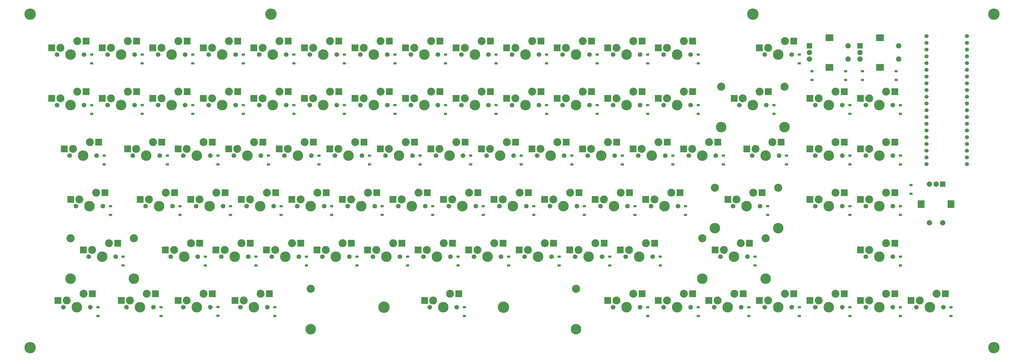
<source format=gbs>
G04 #@! TF.GenerationSoftware,KiCad,Pcbnew,8.0.7*
G04 #@! TF.CreationDate,2025-03-15T22:58:08-07:00*
G04 #@! TF.ProjectId,keyboard,6b657962-6f61-4726-942e-6b696361645f,rev?*
G04 #@! TF.SameCoordinates,Original*
G04 #@! TF.FileFunction,Soldermask,Bot*
G04 #@! TF.FilePolarity,Negative*
%FSLAX46Y46*%
G04 Gerber Fmt 4.6, Leading zero omitted, Abs format (unit mm)*
G04 Created by KiCad (PCBNEW 8.0.7) date 2025-03-15 22:58:08*
%MOMM*%
%LPD*%
G01*
G04 APERTURE LIST*
G04 Aperture macros list*
%AMRoundRect*
0 Rectangle with rounded corners*
0 $1 Rounding radius*
0 $2 $3 $4 $5 $6 $7 $8 $9 X,Y pos of 4 corners*
0 Add a 4 corners polygon primitive as box body*
4,1,4,$2,$3,$4,$5,$6,$7,$8,$9,$2,$3,0*
0 Add four circle primitives for the rounded corners*
1,1,$1+$1,$2,$3*
1,1,$1+$1,$4,$5*
1,1,$1+$1,$6,$7*
1,1,$1+$1,$8,$9*
0 Add four rect primitives between the rounded corners*
20,1,$1+$1,$2,$3,$4,$5,0*
20,1,$1+$1,$4,$5,$6,$7,0*
20,1,$1+$1,$6,$7,$8,$9,0*
20,1,$1+$1,$8,$9,$2,$3,0*%
G04 Aperture macros list end*
%ADD10R,2.000000X2.000000*%
%ADD11C,2.000000*%
%ADD12R,2.500000X3.000000*%
%ADD13C,1.750000*%
%ADD14C,3.000000*%
%ADD15C,3.987800*%
%ADD16R,2.550000X2.500000*%
%ADD17C,4.300000*%
%ADD18R,3.000000X2.500000*%
%ADD19C,3.048000*%
%ADD20RoundRect,0.225000X0.375000X-0.225000X0.375000X0.225000X-0.375000X0.225000X-0.375000X-0.225000X0*%
%ADD21C,1.524000*%
G04 APERTURE END LIST*
D10*
X462037500Y-296506250D03*
D11*
X457037500Y-296506250D03*
X459537500Y-296506250D03*
D12*
X465137500Y-304006250D03*
X453937500Y-304006250D03*
D11*
X462037500Y-311006250D03*
X457037500Y-311006250D03*
D13*
X452120000Y-342900000D03*
D14*
X453390000Y-340360000D03*
D15*
X457200000Y-342900000D03*
D14*
X459740000Y-337820000D03*
D13*
X462280000Y-342900000D03*
D16*
X450115000Y-340360000D03*
X463042000Y-337820000D03*
D13*
X166370000Y-266700000D03*
D14*
X167640000Y-264160000D03*
D15*
X171450000Y-266700000D03*
D14*
X173990000Y-261620000D03*
D13*
X176530000Y-266700000D03*
D16*
X164365000Y-264160000D03*
X177292000Y-261620000D03*
D13*
X280670000Y-247650000D03*
D14*
X281940000Y-245110000D03*
D15*
X285750000Y-247650000D03*
D14*
X288290000Y-242570000D03*
D13*
X290830000Y-247650000D03*
D16*
X278665000Y-245110000D03*
X291592000Y-242570000D03*
D13*
X433070000Y-342900000D03*
D14*
X434340000Y-340360000D03*
D15*
X438150000Y-342900000D03*
D14*
X440690000Y-337820000D03*
D13*
X443230000Y-342900000D03*
D16*
X431065000Y-340360000D03*
X443992000Y-337820000D03*
D13*
X197326250Y-342900000D03*
D14*
X198596250Y-340360000D03*
D15*
X202406250Y-342900000D03*
D14*
X204946250Y-337820000D03*
D13*
X207486250Y-342900000D03*
D16*
X195321250Y-340360000D03*
X208248250Y-337820000D03*
D13*
X433070000Y-266700000D03*
D14*
X434340000Y-264160000D03*
D15*
X438150000Y-266700000D03*
D14*
X440690000Y-261620000D03*
D13*
X443230000Y-266700000D03*
D16*
X431065000Y-264160000D03*
X443992000Y-261620000D03*
D17*
X251460000Y-342900000D03*
D13*
X342582500Y-323850000D03*
D14*
X343852500Y-321310000D03*
D15*
X347662500Y-323850000D03*
D14*
X350202500Y-318770000D03*
D13*
X352742500Y-323850000D03*
D16*
X340577500Y-321310000D03*
X353504500Y-318770000D03*
D13*
X394970000Y-342900000D03*
D14*
X396240000Y-340360000D03*
D15*
X400050000Y-342900000D03*
D14*
X402590000Y-337820000D03*
D13*
X405130000Y-342900000D03*
D16*
X392965000Y-340360000D03*
X405892000Y-337820000D03*
D13*
X128270000Y-266700000D03*
D14*
X129540000Y-264160000D03*
D15*
X133350000Y-266700000D03*
D14*
X135890000Y-261620000D03*
D13*
X138430000Y-266700000D03*
D16*
X126265000Y-264160000D03*
X139192000Y-261620000D03*
D13*
X347345000Y-285750000D03*
D14*
X348615000Y-283210000D03*
D15*
X352425000Y-285750000D03*
D14*
X354965000Y-280670000D03*
D13*
X357505000Y-285750000D03*
D16*
X345340000Y-283210000D03*
X358267000Y-280670000D03*
D13*
X185420000Y-266700000D03*
D14*
X186690000Y-264160000D03*
D15*
X190500000Y-266700000D03*
D14*
X193040000Y-261620000D03*
D13*
X195580000Y-266700000D03*
D16*
X183415000Y-264160000D03*
X196342000Y-261620000D03*
D13*
X304482500Y-323850000D03*
D14*
X305752500Y-321310000D03*
D15*
X309562500Y-323850000D03*
D14*
X312102500Y-318770000D03*
D13*
X314642500Y-323850000D03*
D16*
X302477500Y-321310000D03*
X315404500Y-318770000D03*
D13*
X271145000Y-285750000D03*
D14*
X272415000Y-283210000D03*
D15*
X276225000Y-285750000D03*
D14*
X278765000Y-280670000D03*
D13*
X281305000Y-285750000D03*
D16*
X269140000Y-283210000D03*
X282067000Y-280670000D03*
D13*
X199707500Y-304800000D03*
D14*
X200977500Y-302260000D03*
D15*
X204787500Y-304800000D03*
D14*
X207327500Y-299720000D03*
D13*
X209867500Y-304800000D03*
D16*
X197702500Y-302260000D03*
X210629500Y-299720000D03*
D17*
X390525000Y-232410000D03*
D13*
X433070000Y-323850000D03*
D14*
X434340000Y-321310000D03*
D15*
X438150000Y-323850000D03*
D14*
X440690000Y-318770000D03*
D13*
X443230000Y-323850000D03*
D16*
X431065000Y-321310000D03*
X443992000Y-318770000D03*
D13*
X356870000Y-247650000D03*
D14*
X358140000Y-245110000D03*
D15*
X361950000Y-247650000D03*
D14*
X364490000Y-242570000D03*
D13*
X367030000Y-247650000D03*
D16*
X354865000Y-245110000D03*
X367792000Y-242570000D03*
D13*
X166370000Y-247650000D03*
D14*
X167640000Y-245110000D03*
D15*
X171450000Y-247650000D03*
D14*
X173990000Y-242570000D03*
D13*
X176530000Y-247650000D03*
D16*
X164365000Y-245110000D03*
X177292000Y-242570000D03*
D13*
X135413750Y-304800000D03*
D14*
X136683750Y-302260000D03*
D15*
X140493750Y-304800000D03*
D14*
X143033750Y-299720000D03*
D13*
X145573750Y-304800000D03*
D16*
X133408750Y-302260000D03*
X146335750Y-299720000D03*
D13*
X147320000Y-247650000D03*
D14*
X148590000Y-245110000D03*
D15*
X152400000Y-247650000D03*
D14*
X154940000Y-242570000D03*
D13*
X157480000Y-247650000D03*
D16*
X145315000Y-245110000D03*
X158242000Y-242570000D03*
D13*
X156845000Y-285750000D03*
D14*
X158115000Y-283210000D03*
D15*
X161925000Y-285750000D03*
D14*
X164465000Y-280670000D03*
D13*
X167005000Y-285750000D03*
D16*
X154840000Y-283210000D03*
X167767000Y-280670000D03*
D13*
X218757500Y-304800000D03*
D14*
X220027500Y-302260000D03*
D15*
X223837500Y-304800000D03*
D14*
X226377500Y-299720000D03*
D13*
X228917500Y-304800000D03*
D16*
X216752500Y-302260000D03*
X229679500Y-299720000D03*
D13*
X161607500Y-304800000D03*
D14*
X162877500Y-302260000D03*
D15*
X166687500Y-304800000D03*
D14*
X169227500Y-299720000D03*
D13*
X171767500Y-304800000D03*
D16*
X159602500Y-302260000D03*
X172529500Y-299720000D03*
D13*
X252095000Y-285750000D03*
D14*
X253365000Y-283210000D03*
D15*
X257175000Y-285750000D03*
D14*
X259715000Y-280670000D03*
D13*
X262255000Y-285750000D03*
D16*
X250090000Y-283210000D03*
X263017000Y-280670000D03*
D10*
X411850000Y-244356250D03*
D11*
X411850000Y-249356250D03*
X411850000Y-246856250D03*
D18*
X419350000Y-241256250D03*
X419350000Y-252456250D03*
D11*
X426350000Y-244356250D03*
X426350000Y-249356250D03*
D13*
X209232500Y-323850000D03*
D14*
X210502500Y-321310000D03*
D15*
X214312500Y-323850000D03*
D14*
X216852500Y-318770000D03*
D13*
X219392500Y-323850000D03*
D16*
X207227500Y-321310000D03*
X220154500Y-318770000D03*
D13*
X356870000Y-342900000D03*
D14*
X358140000Y-340360000D03*
D15*
X361950000Y-342900000D03*
D14*
X364490000Y-337820000D03*
D13*
X367030000Y-342900000D03*
D16*
X354865000Y-340360000D03*
X367792000Y-337820000D03*
D13*
X280670000Y-266700000D03*
D14*
X281940000Y-264160000D03*
D15*
X285750000Y-266700000D03*
D14*
X288290000Y-261620000D03*
D13*
X290830000Y-266700000D03*
D16*
X278665000Y-264160000D03*
X291592000Y-261620000D03*
D13*
X290195000Y-285750000D03*
D14*
X291465000Y-283210000D03*
D15*
X295275000Y-285750000D03*
D14*
X297815000Y-280670000D03*
D13*
X300355000Y-285750000D03*
D16*
X288190000Y-283210000D03*
X301117000Y-280670000D03*
D13*
X328295000Y-285750000D03*
D14*
X329565000Y-283210000D03*
D15*
X333375000Y-285750000D03*
D14*
X335915000Y-280670000D03*
D13*
X338455000Y-285750000D03*
D16*
X326290000Y-283210000D03*
X339217000Y-280670000D03*
D13*
X237807500Y-304800000D03*
D14*
X239077500Y-302260000D03*
D15*
X242887500Y-304800000D03*
D14*
X245427500Y-299720000D03*
D13*
X247967500Y-304800000D03*
D16*
X235802500Y-302260000D03*
X248729500Y-299720000D03*
D13*
X194945000Y-285750000D03*
D14*
X196215000Y-283210000D03*
D15*
X200025000Y-285750000D03*
D14*
X202565000Y-280670000D03*
D13*
X205105000Y-285750000D03*
D16*
X192940000Y-283210000D03*
X205867000Y-280670000D03*
D13*
X204470000Y-247650000D03*
D14*
X205740000Y-245110000D03*
D15*
X209550000Y-247650000D03*
D14*
X212090000Y-242570000D03*
D13*
X214630000Y-247650000D03*
D16*
X202465000Y-245110000D03*
X215392000Y-242570000D03*
D13*
X309245000Y-285750000D03*
D14*
X310515000Y-283210000D03*
D15*
X314325000Y-285750000D03*
D14*
X316865000Y-280670000D03*
D13*
X319405000Y-285750000D03*
D16*
X307240000Y-283210000D03*
X320167000Y-280670000D03*
D13*
X275907500Y-304800000D03*
D14*
X277177500Y-302260000D03*
D15*
X280987500Y-304800000D03*
D14*
X283527500Y-299720000D03*
D13*
X286067500Y-304800000D03*
D16*
X273902500Y-302260000D03*
X286829500Y-299720000D03*
D13*
X394970000Y-247650000D03*
D14*
X396240000Y-245110000D03*
D15*
X400050000Y-247650000D03*
D14*
X402590000Y-242570000D03*
D13*
X405130000Y-247650000D03*
D16*
X392965000Y-245110000D03*
X405892000Y-242570000D03*
D19*
X378587000Y-259715000D03*
D15*
X378587000Y-274955000D03*
D13*
X385445000Y-266700000D03*
D14*
X386715000Y-264160000D03*
D15*
X390525000Y-266700000D03*
D14*
X393065000Y-261620000D03*
D13*
X395605000Y-266700000D03*
D19*
X402463000Y-259715000D03*
D15*
X402463000Y-274955000D03*
D16*
X383440000Y-264160000D03*
X396367000Y-261620000D03*
D13*
X256857500Y-304800000D03*
D14*
X258127500Y-302260000D03*
D15*
X261937500Y-304800000D03*
D14*
X264477500Y-299720000D03*
D13*
X267017500Y-304800000D03*
D16*
X254852500Y-302260000D03*
X267779500Y-299720000D03*
D13*
X333057500Y-304800000D03*
D14*
X334327500Y-302260000D03*
D15*
X338137500Y-304800000D03*
D14*
X340677500Y-299720000D03*
D13*
X343217500Y-304800000D03*
D16*
X331052500Y-302260000D03*
X343979500Y-299720000D03*
D17*
X118110000Y-358140000D03*
X481330000Y-358140000D03*
D13*
X175895000Y-342900000D03*
D14*
X177165000Y-340360000D03*
D15*
X180975000Y-342900000D03*
D14*
X183515000Y-337820000D03*
D13*
X186055000Y-342900000D03*
D16*
X173890000Y-340360000D03*
X186817000Y-337820000D03*
D19*
X371443250Y-316865000D03*
D15*
X371443250Y-332105000D03*
D13*
X378301250Y-323850000D03*
D14*
X379571250Y-321310000D03*
D15*
X383381250Y-323850000D03*
D14*
X385921250Y-318770000D03*
D13*
X388461250Y-323850000D03*
D19*
X395319250Y-316865000D03*
D15*
X395319250Y-332105000D03*
D16*
X376296250Y-321310000D03*
X389223250Y-318770000D03*
D13*
X337820000Y-247650000D03*
D14*
X339090000Y-245110000D03*
D15*
X342900000Y-247650000D03*
D14*
X345440000Y-242570000D03*
D13*
X347980000Y-247650000D03*
D16*
X335815000Y-245110000D03*
X348742000Y-242570000D03*
D13*
X223520000Y-266700000D03*
D14*
X224790000Y-264160000D03*
D15*
X228600000Y-266700000D03*
D14*
X231140000Y-261620000D03*
D13*
X233680000Y-266700000D03*
D16*
X221515000Y-264160000D03*
X234442000Y-261620000D03*
D13*
X414020000Y-304800000D03*
D14*
X415290000Y-302260000D03*
D15*
X419100000Y-304800000D03*
D14*
X421640000Y-299720000D03*
D13*
X424180000Y-304800000D03*
D16*
X412015000Y-302260000D03*
X424942000Y-299720000D03*
D13*
X133032500Y-285750000D03*
D14*
X134302500Y-283210000D03*
D15*
X138112500Y-285750000D03*
D14*
X140652500Y-280670000D03*
D13*
X143192500Y-285750000D03*
D16*
X131027500Y-283210000D03*
X143954500Y-280670000D03*
D13*
X285432500Y-323850000D03*
D14*
X286702500Y-321310000D03*
D15*
X290512500Y-323850000D03*
D14*
X293052500Y-318770000D03*
D13*
X295592500Y-323850000D03*
D16*
X283427500Y-321310000D03*
X296354500Y-318770000D03*
D13*
X261620000Y-247650000D03*
D14*
X262890000Y-245110000D03*
D15*
X266700000Y-247650000D03*
D14*
X269240000Y-242570000D03*
D13*
X271780000Y-247650000D03*
D16*
X259615000Y-245110000D03*
X272542000Y-242570000D03*
D13*
X128270000Y-247650000D03*
D14*
X129540000Y-245110000D03*
D15*
X133350000Y-247650000D03*
D14*
X135890000Y-242570000D03*
D13*
X138430000Y-247650000D03*
D16*
X126265000Y-245110000D03*
X139192000Y-242570000D03*
D13*
X247332500Y-323850000D03*
D14*
X248602500Y-321310000D03*
D15*
X252412500Y-323850000D03*
D14*
X254952500Y-318770000D03*
D13*
X257492500Y-323850000D03*
D16*
X245327500Y-321310000D03*
X258254500Y-318770000D03*
D13*
X261620000Y-266700000D03*
D14*
X262890000Y-264160000D03*
D15*
X266700000Y-266700000D03*
D14*
X269240000Y-261620000D03*
D13*
X271780000Y-266700000D03*
D16*
X259615000Y-264160000D03*
X272542000Y-261620000D03*
D13*
X366395000Y-285750000D03*
D14*
X367665000Y-283210000D03*
D15*
X371475000Y-285750000D03*
D14*
X374015000Y-280670000D03*
D13*
X376555000Y-285750000D03*
D16*
X364390000Y-283210000D03*
X377317000Y-280670000D03*
D13*
X299720000Y-266700000D03*
D14*
X300990000Y-264160000D03*
D15*
X304800000Y-266700000D03*
D14*
X307340000Y-261620000D03*
D13*
X309880000Y-266700000D03*
D16*
X297715000Y-264160000D03*
X310642000Y-261620000D03*
D13*
X314007500Y-304800000D03*
D14*
X315277500Y-302260000D03*
D15*
X319087500Y-304800000D03*
D14*
X321627500Y-299720000D03*
D13*
X324167500Y-304800000D03*
D16*
X312002500Y-302260000D03*
X324929500Y-299720000D03*
D13*
X180657500Y-304800000D03*
D14*
X181927500Y-302260000D03*
D15*
X185737500Y-304800000D03*
D14*
X188277500Y-299720000D03*
D13*
X190817500Y-304800000D03*
D16*
X178652500Y-302260000D03*
X191579500Y-299720000D03*
D13*
X171132500Y-323850000D03*
D14*
X172402500Y-321310000D03*
D15*
X176212500Y-323850000D03*
D14*
X178752500Y-318770000D03*
D13*
X181292500Y-323850000D03*
D16*
X169127500Y-321310000D03*
X182054500Y-318770000D03*
D13*
X242570000Y-247650000D03*
D14*
X243840000Y-245110000D03*
D15*
X247650000Y-247650000D03*
D14*
X250190000Y-242570000D03*
D13*
X252730000Y-247650000D03*
D16*
X240565000Y-245110000D03*
X253492000Y-242570000D03*
D13*
X266382500Y-323850000D03*
D14*
X267652500Y-321310000D03*
D15*
X271462500Y-323850000D03*
D14*
X274002500Y-318770000D03*
D13*
X276542500Y-323850000D03*
D16*
X264377500Y-321310000D03*
X277304500Y-318770000D03*
D13*
X433070000Y-285750000D03*
D14*
X434340000Y-283210000D03*
D15*
X438150000Y-285750000D03*
D14*
X440690000Y-280670000D03*
D13*
X443230000Y-285750000D03*
D16*
X431065000Y-283210000D03*
X443992000Y-280670000D03*
D19*
X376205750Y-297815000D03*
D15*
X376205750Y-313055000D03*
D13*
X383063750Y-304800000D03*
D14*
X384333750Y-302260000D03*
D15*
X388143750Y-304800000D03*
D14*
X390683750Y-299720000D03*
D13*
X393223750Y-304800000D03*
D19*
X400081750Y-297815000D03*
D15*
X400081750Y-313055000D03*
D16*
X381058750Y-302260000D03*
X393985750Y-299720000D03*
D13*
X337820000Y-266700000D03*
D14*
X339090000Y-264160000D03*
D15*
X342900000Y-266700000D03*
D14*
X345440000Y-261620000D03*
D13*
X347980000Y-266700000D03*
D16*
X335815000Y-264160000D03*
X348742000Y-261620000D03*
D17*
X481330000Y-232410000D03*
D13*
X228282500Y-323850000D03*
D14*
X229552500Y-321310000D03*
D15*
X233362500Y-323850000D03*
D14*
X235902500Y-318770000D03*
D13*
X238442500Y-323850000D03*
D16*
X226277500Y-321310000D03*
X239204500Y-318770000D03*
D13*
X154463750Y-342900000D03*
D14*
X155733750Y-340360000D03*
D15*
X159543750Y-342900000D03*
D14*
X162083750Y-337820000D03*
D13*
X164623750Y-342900000D03*
D16*
X152458750Y-340360000D03*
X165385750Y-337820000D03*
D13*
X352107500Y-304800000D03*
D14*
X353377500Y-302260000D03*
D15*
X357187500Y-304800000D03*
D14*
X359727500Y-299720000D03*
D13*
X362267500Y-304800000D03*
D16*
X350102500Y-302260000D03*
X363029500Y-299720000D03*
D13*
X213995000Y-285750000D03*
D14*
X215265000Y-283210000D03*
D15*
X219075000Y-285750000D03*
D14*
X221615000Y-280670000D03*
D13*
X224155000Y-285750000D03*
D16*
X211990000Y-283210000D03*
X224917000Y-280670000D03*
D19*
X133318250Y-316865000D03*
D15*
X133318250Y-332105000D03*
D13*
X140176250Y-323850000D03*
D14*
X141446250Y-321310000D03*
D15*
X145256250Y-323850000D03*
D14*
X147796250Y-318770000D03*
D13*
X150336250Y-323850000D03*
D19*
X157194250Y-316865000D03*
D15*
X157194250Y-332105000D03*
D16*
X138171250Y-321310000D03*
X151098250Y-318770000D03*
D17*
X208915000Y-232410000D03*
D13*
X130651250Y-342900000D03*
D14*
X131921250Y-340360000D03*
D15*
X135731250Y-342900000D03*
D14*
X138271250Y-337820000D03*
D13*
X140811250Y-342900000D03*
D16*
X128646250Y-340360000D03*
X141573250Y-337820000D03*
D10*
X430900000Y-244356250D03*
D11*
X430900000Y-249356250D03*
X430900000Y-246856250D03*
D18*
X438400000Y-241256250D03*
X438400000Y-252456250D03*
D11*
X445400000Y-244356250D03*
X445400000Y-249356250D03*
D13*
X375920000Y-342900000D03*
D14*
X377190000Y-340360000D03*
D15*
X381000000Y-342900000D03*
D14*
X383540000Y-337820000D03*
D13*
X386080000Y-342900000D03*
D16*
X373915000Y-340360000D03*
X386842000Y-337820000D03*
D13*
X318770000Y-247650000D03*
D14*
X320040000Y-245110000D03*
D15*
X323850000Y-247650000D03*
D14*
X326390000Y-242570000D03*
D13*
X328930000Y-247650000D03*
D16*
X316765000Y-245110000D03*
X329692000Y-242570000D03*
D13*
X318770000Y-266700000D03*
D14*
X320040000Y-264160000D03*
D15*
X323850000Y-266700000D03*
D14*
X326390000Y-261620000D03*
D13*
X328930000Y-266700000D03*
D16*
X316765000Y-264160000D03*
X329692000Y-261620000D03*
D13*
X242570000Y-266700000D03*
D14*
X243840000Y-264160000D03*
D15*
X247650000Y-266700000D03*
D14*
X250190000Y-261620000D03*
D13*
X252730000Y-266700000D03*
D16*
X240565000Y-264160000D03*
X253492000Y-261620000D03*
D13*
X414020000Y-266700000D03*
D14*
X415290000Y-264160000D03*
D15*
X419100000Y-266700000D03*
D14*
X421640000Y-261620000D03*
D13*
X424180000Y-266700000D03*
D16*
X412015000Y-264160000D03*
X424942000Y-261620000D03*
D13*
X356870000Y-266700000D03*
D14*
X358140000Y-264160000D03*
D15*
X361950000Y-266700000D03*
D14*
X364490000Y-261620000D03*
D13*
X367030000Y-266700000D03*
D16*
X354865000Y-264160000D03*
X367792000Y-261620000D03*
D13*
X233045000Y-285750000D03*
D14*
X234315000Y-283210000D03*
D15*
X238125000Y-285750000D03*
D14*
X240665000Y-280670000D03*
D13*
X243205000Y-285750000D03*
D16*
X231040000Y-283210000D03*
X243967000Y-280670000D03*
D13*
X223520000Y-247650000D03*
D14*
X224790000Y-245110000D03*
D15*
X228600000Y-247650000D03*
D14*
X231140000Y-242570000D03*
D13*
X233680000Y-247650000D03*
D16*
X221515000Y-245110000D03*
X234442000Y-242570000D03*
D13*
X294957500Y-304800000D03*
D14*
X296227500Y-302260000D03*
D15*
X300037500Y-304800000D03*
D14*
X302577500Y-299720000D03*
D13*
X305117500Y-304800000D03*
D16*
X292952500Y-302260000D03*
X305879500Y-299720000D03*
D13*
X337820000Y-342900000D03*
D14*
X339090000Y-340360000D03*
D15*
X342900000Y-342900000D03*
D14*
X345440000Y-337820000D03*
D13*
X347980000Y-342900000D03*
D16*
X335815000Y-340360000D03*
X348742000Y-337820000D03*
D17*
X118110000Y-232410000D03*
D13*
X204470000Y-266700000D03*
D14*
X205740000Y-264160000D03*
D15*
X209550000Y-266700000D03*
D14*
X212090000Y-261620000D03*
D13*
X214630000Y-266700000D03*
D16*
X202465000Y-264160000D03*
X215392000Y-261620000D03*
D17*
X296545000Y-342900000D03*
D13*
X323532500Y-323850000D03*
D14*
X324802500Y-321310000D03*
D15*
X328612500Y-323850000D03*
D14*
X331152500Y-318770000D03*
D13*
X333692500Y-323850000D03*
D16*
X321527500Y-321310000D03*
X334454500Y-318770000D03*
D13*
X185420000Y-247650000D03*
D14*
X186690000Y-245110000D03*
D15*
X190500000Y-247650000D03*
D14*
X193040000Y-242570000D03*
D13*
X195580000Y-247650000D03*
D16*
X183415000Y-245110000D03*
X196342000Y-242570000D03*
D13*
X147320000Y-266700000D03*
D14*
X148590000Y-264160000D03*
D15*
X152400000Y-266700000D03*
D14*
X154940000Y-261620000D03*
D13*
X157480000Y-266700000D03*
D16*
X145315000Y-264160000D03*
X158242000Y-261620000D03*
D13*
X414020000Y-285750000D03*
D14*
X415290000Y-283210000D03*
D15*
X419100000Y-285750000D03*
D14*
X421640000Y-280670000D03*
D13*
X424180000Y-285750000D03*
D16*
X412015000Y-283210000D03*
X424942000Y-280670000D03*
D13*
X175895000Y-285750000D03*
D14*
X177165000Y-283210000D03*
D15*
X180975000Y-285750000D03*
D14*
X183515000Y-280670000D03*
D13*
X186055000Y-285750000D03*
D16*
X173890000Y-283210000D03*
X186817000Y-280670000D03*
D19*
X223843850Y-335915000D03*
D15*
X223843850Y-351155000D03*
D13*
X268763750Y-342900000D03*
D14*
X270033750Y-340360000D03*
D15*
X273843750Y-342900000D03*
D14*
X276383750Y-337820000D03*
D13*
X278923750Y-342900000D03*
D19*
X323843650Y-335915000D03*
D15*
X323843650Y-351155000D03*
D16*
X266758750Y-340360000D03*
X279685750Y-337820000D03*
D13*
X299720000Y-247650000D03*
D14*
X300990000Y-245110000D03*
D15*
X304800000Y-247650000D03*
D14*
X307340000Y-242570000D03*
D13*
X309880000Y-247650000D03*
D16*
X297715000Y-245110000D03*
X310642000Y-242570000D03*
D13*
X433070000Y-304800000D03*
D14*
X434340000Y-302260000D03*
D15*
X438150000Y-304800000D03*
D14*
X440690000Y-299720000D03*
D13*
X443230000Y-304800000D03*
D16*
X431065000Y-302260000D03*
X443992000Y-299720000D03*
D13*
X390207500Y-285750000D03*
D14*
X391477500Y-283210000D03*
D15*
X395287500Y-285750000D03*
D14*
X397827500Y-280670000D03*
D13*
X400367500Y-285750000D03*
D16*
X388202500Y-283210000D03*
X401129500Y-280670000D03*
D13*
X190182500Y-323850000D03*
D14*
X191452500Y-321310000D03*
D15*
X195262500Y-323850000D03*
D14*
X197802500Y-318770000D03*
D13*
X200342500Y-323850000D03*
D16*
X188177500Y-321310000D03*
X201104500Y-318770000D03*
D13*
X414020000Y-342900000D03*
D14*
X415290000Y-340360000D03*
D15*
X419100000Y-342900000D03*
D14*
X421640000Y-337820000D03*
D13*
X424180000Y-342900000D03*
D16*
X412015000Y-340360000D03*
X424942000Y-337820000D03*
D20*
X412750000Y-257237500D03*
X412750000Y-253937500D03*
X236537500Y-250950000D03*
X236537500Y-247650000D03*
X446087500Y-270001000D03*
X446087500Y-266701000D03*
X188912500Y-346137500D03*
X188912500Y-342837500D03*
X317500000Y-327150000D03*
X317500000Y-323850000D03*
X350837500Y-250950000D03*
X350837500Y-247650000D03*
X179387500Y-250950000D03*
X179387500Y-247650000D03*
X212725000Y-308100000D03*
X212725000Y-304800000D03*
X269875000Y-308100000D03*
X269875000Y-304800000D03*
X279400000Y-327150000D03*
X279400000Y-323850000D03*
X250825000Y-308100000D03*
X250825000Y-304800000D03*
X407987500Y-346201000D03*
X407987500Y-342901000D03*
X303212500Y-289050000D03*
X303212500Y-285750000D03*
X141287500Y-250950000D03*
X141287500Y-247650000D03*
X153193750Y-327151000D03*
X153193750Y-323851000D03*
X160337500Y-250950000D03*
X160337500Y-247650000D03*
X288925000Y-308100000D03*
X288925000Y-304800000D03*
X198437500Y-250950000D03*
X198437500Y-247650000D03*
X193675000Y-308100000D03*
X193675000Y-304800000D03*
X241300000Y-327150000D03*
X241300000Y-323850000D03*
X255587500Y-250950000D03*
X255587500Y-247650000D03*
X298450000Y-327150000D03*
X298450000Y-323850000D03*
X217487500Y-270000000D03*
X217487500Y-266700000D03*
X143668750Y-346200000D03*
X143668750Y-342900000D03*
X360362500Y-289050000D03*
X360362500Y-285750000D03*
X217487500Y-250950000D03*
X217487500Y-247650000D03*
X331787500Y-270000000D03*
X331787500Y-266700000D03*
X407987500Y-250950000D03*
X407987500Y-247650000D03*
X188912500Y-289050000D03*
X188912500Y-285750000D03*
X444500000Y-257237500D03*
X444500000Y-253937500D03*
X174625000Y-308100000D03*
X174625000Y-304800000D03*
X403225000Y-289050000D03*
X403225000Y-285750000D03*
X446087500Y-289050000D03*
X446087500Y-285750000D03*
X388937500Y-346201000D03*
X388937500Y-342901000D03*
X227012500Y-289050000D03*
X227012500Y-285750000D03*
X265112500Y-289050000D03*
X265112500Y-285750000D03*
X255587500Y-270000000D03*
X255587500Y-266700000D03*
X307975000Y-308100000D03*
X307975000Y-304800000D03*
X284162500Y-289050000D03*
X284162500Y-285750000D03*
X446087500Y-308101000D03*
X446087500Y-304801000D03*
X169862500Y-289050000D03*
X169862500Y-285750000D03*
X203200000Y-327150000D03*
X203200000Y-323850000D03*
X427037500Y-308101000D03*
X427037500Y-304801000D03*
X322262500Y-289050000D03*
X322262500Y-285750000D03*
X179387500Y-270000000D03*
X179387500Y-266700000D03*
X260350000Y-327150000D03*
X260350000Y-323850000D03*
X379412500Y-289050000D03*
X379412500Y-285750000D03*
X369887500Y-270000000D03*
X369887500Y-266700000D03*
X396081250Y-308101000D03*
X396081250Y-304801000D03*
X425450000Y-257237500D03*
X425450000Y-253937500D03*
X365125000Y-308100000D03*
X365125000Y-304800000D03*
X331787500Y-250950000D03*
X331787500Y-247650000D03*
X327025000Y-308100000D03*
X327025000Y-304800000D03*
X450056250Y-300100000D03*
X450056250Y-296800000D03*
X427037500Y-346201000D03*
X427037500Y-342901000D03*
X446087500Y-346201000D03*
X446087500Y-342901000D03*
X446087500Y-327150000D03*
X446087500Y-323850000D03*
X391318750Y-327150000D03*
X391318750Y-323850000D03*
X274637500Y-250950000D03*
X274637500Y-247650000D03*
X431800000Y-257237500D03*
X431800000Y-253937500D03*
X369887500Y-250950000D03*
X369887500Y-247650000D03*
X236537500Y-270000000D03*
X236537500Y-266700000D03*
X184150000Y-327150000D03*
X184150000Y-323850000D03*
X341312500Y-289050000D03*
X341312500Y-285750000D03*
X198437500Y-270000000D03*
X198437500Y-266700000D03*
X231775000Y-308100000D03*
X231775000Y-304800000D03*
X148431250Y-308100000D03*
X148431250Y-304800000D03*
X350837500Y-270000000D03*
X350837500Y-266700000D03*
X346075000Y-308100000D03*
X346075000Y-304800000D03*
X369887500Y-346201000D03*
X369887500Y-342901000D03*
X141287500Y-270000000D03*
X141287500Y-266700000D03*
X167481250Y-346200000D03*
X167481250Y-342900000D03*
X281781250Y-346201000D03*
X281781250Y-342901000D03*
X146050000Y-289050000D03*
X146050000Y-285750000D03*
X160337500Y-270000000D03*
X160337500Y-266700000D03*
X465137500Y-346201000D03*
X465137500Y-342901000D03*
X427037500Y-270002000D03*
X427037500Y-266702000D03*
X350837500Y-346201000D03*
X350837500Y-342901000D03*
X246062500Y-289050000D03*
X246062500Y-285750000D03*
X312737500Y-250950000D03*
X312737500Y-247650000D03*
X207962500Y-289050000D03*
X207962500Y-285750000D03*
X336550000Y-327150000D03*
X336550000Y-323850000D03*
X293687500Y-250950000D03*
X293687500Y-247650000D03*
X274637500Y-270000000D03*
X274637500Y-266700000D03*
X427037500Y-289050000D03*
X427037500Y-285750000D03*
X312737500Y-270000000D03*
X312737500Y-266700000D03*
D21*
X471170000Y-240665000D03*
X471170000Y-243205000D03*
X471170000Y-245745000D03*
X471170000Y-248285000D03*
X471170000Y-250825000D03*
X471170000Y-253365000D03*
X471170000Y-255905000D03*
X471170000Y-258445000D03*
X471170000Y-260985000D03*
X471170000Y-263525000D03*
X471170000Y-266065000D03*
X471170000Y-268605000D03*
X471170000Y-271145000D03*
X471170000Y-273685000D03*
X471170000Y-276225000D03*
X471170000Y-278765000D03*
X471170000Y-281305000D03*
X471170000Y-283845000D03*
X471170000Y-286385000D03*
X471170000Y-288925000D03*
X455930000Y-240665000D03*
X455930000Y-243205000D03*
X455930000Y-245745000D03*
X455930000Y-248285000D03*
X455930000Y-250825000D03*
X455930000Y-253365000D03*
X455930000Y-255905000D03*
X455930000Y-258445000D03*
X455930000Y-260985000D03*
X455930000Y-263525000D03*
X455930000Y-266065000D03*
X455930000Y-268605000D03*
X455930000Y-271145000D03*
X455930000Y-273685000D03*
X455930000Y-276225000D03*
X455930000Y-278765000D03*
X455930000Y-281305000D03*
X455930000Y-283845000D03*
X455930000Y-286385000D03*
X455930000Y-288925000D03*
D20*
X398462500Y-270001000D03*
X398462500Y-266701000D03*
X355600000Y-327150000D03*
X355600000Y-323850000D03*
X210343750Y-346201000D03*
X210343750Y-342901000D03*
X293687500Y-270000000D03*
X293687500Y-266700000D03*
X222250000Y-327150000D03*
X222250000Y-323850000D03*
M02*

</source>
